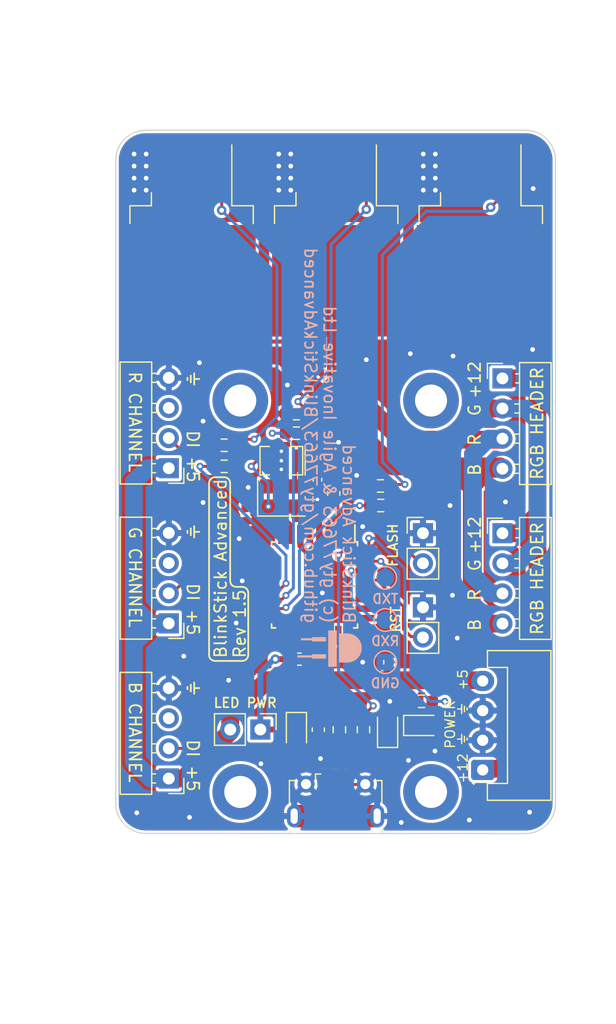
<source format=kicad_pcb>
(kicad_pcb (version 20211014) (generator pcbnew)
  (title_block (title "BlinkStick Advanced") (date "2023-08-18") (rev "1.5") (company "Agile Inovative Ltd & gty77663"))
  (layers (0 "F.Cu" signal) (31 "B.Cu" signal) (34 "B.Paste" user) (35 "F.Paste" user) (36 "B.SilkS" user "B.Silkscreen") (37 "F.SilkS" user "F.Silkscreen") (38 "B.Mask" user) (39 "F.Mask" user) (44 "Edge.Cuts" user))
  (net 0 "")
  (net 1 "+5V")
  (net 2 "/D-")
  (net 3 "/D+")
  (net 4 "GND")
  (net 5 "Net-(C1-Pad2)")
  (net 6 "Net-(C2-Pad2)")
  (net 7 "/R_Channel")
  (net 8 "/G_Channel")
  (net 9 "/B_Channel")
  (net 11 "/B_PWM")
  (net 12 "/R_PWM")
  (net 13 "/G_PWM")
  (net 23 "+12V")
  (net 25 "/G_OUT")
  (net 26 "/R_OUT")
  (net 27 "/B_OUT")
  (net 28 "Net-(Q1-Pad1)")
  (net 29 "Net-(Q2-Pad1)")
  (net 30 "Net-(Q3-Pad1)")
  (net 32 "+5VA")
  (net 33 "/RXD")
  (net 34 "/TXD")
  (net 36 "/AVR_D+")
  (net 37 "/AVR_D-")
  (net 38 "Net-(J1-Pad2)")
  (net 40 "Net-(J3-Pad2)")
  (net 43 "Net-(D3-Pad2)")
  (footprint "Diode_SMD:D_SOD-323" (layer "F.Cu") (at 61.53675 84.6855 90)
    (fp_text reference "D2" hide)
    (fp_text value "BZT52C3V6S")
  )
  (footprint "Connector_PinHeader_2.54mm:PinHeader_1x04_P2.54mm_Horizontal_No_Pins" (layer "F.Cu") (at 43.0846 75.7212 180)
    (fp_text reference "J5" hide)
    (fp_text value "ADD_HEADER_G")
  )
  (footprint "Connector_PinHeader_2.54mm:PinHeader_1x02_P2.54mm_Vertical" (layer "F.Cu") (at 64.516 74.3712)
    (fp_text reference "J1" hide)
    (fp_text value "RST")
  )
  (footprint "Connector_USB:USB_Micro-B_Molex-105017-0001" (layer "F.Cu") (at 57.156 90.7368)
    (fp_text reference "J2" hide)
    (fp_text value "USB_B_Micro")
  )
  (footprint "Connector_PinHeader_2.54mm:PinHeader_1x04_P2.54mm_Horizontal_No_Pins" (layer "F.Cu") (at 71.2216 68.1212)
    (fp_text reference "J7" hide)
    (fp_text value "RGB_HEADER")
  )
  (footprint "Connector_PinHeader_2.54mm:PinHeader_1x04_P2.54mm_Horizontal_No_Pins" (layer "F.Cu") (at 43.0846 62.6402 180)
    (fp_text reference "J6" hide)
    (fp_text value "ADD_HEADER_R")
  )
  (footprint "Resistor_SMD:R_0603_1608Metric_Pad0.98x0.95mm_HandSolder" (layer "F.Cu") (at 60.96 65.786)
    (fp_text reference "R6" hide)
    (fp_text value "100")
  )
  (footprint "MountingHole:MountingHole_2.7mm_M2.5_DIN965_Pad" (layer "F.Cu") (at 65.198 89.935)
    (fp_text reference "REF**" hide)
    (fp_text value "MountingHole_2.7mm_M2.5_DIN965_Pad")
  )
  (footprint "MountingHole:MountingHole_2.7mm_M2.5_DIN965_Pad" (layer "F.Cu") (at 49.114 89.935)
    (fp_text reference "REF**" hide)
    (fp_text value "MountingHole_2.7mm_M2.5_DIN965_Pad")
  )
  (footprint "Resistor_SMD:R_0603_1608Metric_Pad0.98x0.95mm_HandSolder" (layer "F.Cu") (at 47.752 60.706)
    (fp_text reference "R7" hide)
    (fp_text value "10k")
  )
  (footprint "Connector_PinHeader_2.54mm:PinHeader_1x04_P2.54mm_Horizontal_No_Pins" (layer "F.Cu") (at 71.2216 55.0672)
    (fp_text reference "J8" hide)
    (fp_text value "RGB_HEADER")
  )
  (footprint "Crystal:Crystal_SMD_3225-4Pin_3.2x2.5mm" (layer "F.Cu") (at 52.578 65.024)
    (fp_text reference "Y1" hide)
    (fp_text value "16MHz")
  )
  (footprint "Capacitor_SMD:C_0603_1608Metric_Pad1.08x0.95mm_HandSolder" (layer "F.Cu") (at 61.722 78.994 -90)
    (fp_text reference "C3" hide)
    (fp_text value "10uF")
  )
  (footprint "Connector_PinHeader_2.54mm:PinHeader_1x02_P2.54mm_Vertical" (layer "F.Cu") (at 64.516 68.1178)
    (fp_text reference "J3" hide)
    (fp_text value "FLASH")
  )
  (footprint "Package_TO_SOT_SMD:TO-263-2" (layer "F.Cu") (at 69.3928 43.4626 -90)
    (fp_text reference "Q3" hide)
    (fp_text value "IRLR8726")
  )
  (footprint "Connector_PinHeader_2.54mm:PinHeader_1x02_P2.54mm_Vertical" (layer "F.Cu") (at 50.806 84.672 -90)
    (fp_text reference "JMP1" hide)
    (fp_text value "Conn_01x02")
  )
  (footprint "Resistor_SMD:R_0603_1608Metric_Pad0.98x0.95mm_HandSolder" (layer "F.Cu") (at 60.9375 64.135)
    (fp_text reference "R9" hide)
    (fp_text value "10k")
  )
  (footprint "Resistor_SMD:R_0603_1608Metric_Pad0.98x0.95mm_HandSolder" (layer "F.Cu") (at 57.47275 84.6855 90)
    (fp_text reference "R3" hide)
    (fp_text value "2k2")
  )
  (footprint "Resistor_SMD:R_0603_1608Metric_Pad0.98x0.95mm_HandSolder" (layer "F.Cu") (at 59.50475 84.6855 -90)
    (fp_text reference "R2" hide)
    (fp_text value "100")
  )
  (footprint "Crystal:Resonator_SMD_Murata_CSTxExxV-3Pin_3.0x1.1mm" (layer "F.Cu") (at 52.578 62.007 180)
    (fp_text reference "Y2" hide)
    (fp_text value "16MHz")
  )
  (footprint "Resistor_SMD:R_0603_1608Metric_Pad0.98x0.95mm_HandSolder" (layer "F.Cu") (at 64.389 82.296 180)
    (fp_text reference "R1" hide)
    (fp_text value "100")
  )
  (footprint "Package_TO_SOT_SMD:TO-263-2" (layer "F.Cu") (at 57.2008 43.4626 -90)
    (fp_text reference "Q2" hide)
    (fp_text value "IRLR8726")
  )
  (footprint "Resistor_SMD:R_0603_1608Metric_Pad0.98x0.95mm_HandSolder" (layer "F.Cu") (at 53.848 58.039)
    (fp_text reference "R8" hide)
    (fp_text value "10k")
  )
  (footprint "Capacitor_SMD:C_0603_1608Metric_Pad1.08x0.95mm_HandSolder" (layer "F.Cu") (at 56.9976 64.77 -90)
    (fp_text reference "C6" hide)
    (fp_text value "1uF")
  )
  (footprint "Package_QFP:TQFP-32_7x7mm_P0.8mm" (layer "F.Cu") (at 55.378 72.48 -90)
    (fp_text reference "U1" hide)
    (fp_text value "ATmega8-16A")
  )
  (footprint "Resistor_SMD:R_0603_1608Metric_Pad0.98x0.95mm_HandSolder" (layer "F.Cu") (at 53.848 59.69)
    (fp_text reference "R5" hide)
    (fp_text value "100")
  )
  (footprint "MountingHole:MountingHole_2.7mm_M2.5_DIN965_Pad" (layer "F.Cu") (at 49.114 56.9351)
    (fp_text reference "REF**" hide)
    (fp_text value "MountingHole_2.7mm_M2.5_DIN965_Pad")
  )
  (footprint "Diode_SMD:D_SOD-323" (layer "F.Cu") (at 53.848 84.7355 -90)
    (fp_text reference "D3" hide)
    (fp_text value "CUS10S30")
  )
  (footprint "Capacitor_SMD:C_0603_1608Metric_Pad1.08x0.95mm_HandSolder" (layer "F.Cu") (at 55.69475 84.6855 90)
    (fp_text reference "C4" hide)
    (fp_text value "1uF")
  )
  (footprint "Connector_PinHeader_2.54mm:PinHeader_1x04_P2.54mm_Horizontal_No_Pins" (layer "F.Cu") (at 43.0846 88.8022 180)
    (fp_text reference "J4" hide)
    (fp_text value "ADD_HEADER_B")
  )
  (footprint "Resistor_SMD:R_0603_1608Metric_Pad0.98x0.95mm_HandSolder" (layer "F.Cu") (at 47.752 62.484)
    (fp_text reference "R4" hide)
    (fp_text value "100")
  )
  (footprint "Capacitor_SMD:C_0603_1608Metric_Pad1.08x0.95mm_HandSolder" (layer "F.Cu") (at 54.102 78.74 180)
    (fp_text reference "C5" hide)
    (fp_text value "10uF")
  )
  (footprint "Connector_JST:JST_XH_S4B-XH-A_1x04_P2.50mm_Horizontal_Short" (layer "F.Cu") (at 69.5542 88.078 90)
    (fp_text reference "J9" hide)
    (fp_text value "POWER")
  )
  (footprint "MountingHole:MountingHole_2.7mm_M2.5_DIN965_Pad" (layer "F.Cu") (at 65.198 56.9351)
    (fp_text reference "REF**" hide)
    (fp_text value "MountingHole_2.7mm_M2.5_DIN965_Pad")
  )
  (footprint "Package_TO_SOT_SMD:TO-263-2" (layer "F.Cu") (at 45.0088 43.4626 -90)
    (fp_text reference "Q1" hide)
    (fp_text value "IRLR8726")
  )
  (footprint "Capacitor_SMD:C_0402_1005Metric_Pad0.74x0.62mm_HandSolder" (layer "F.Cu") (at 49.53 66.548 90)
    (fp_text reference "C2" hide)
    (fp_text value "16pF")
  )
  (footprint "Diode_SMD:D_SOD-323" (layer "F.Cu") (at 64.389 84.328)
    (fp_text reference "D1" hide)
    (fp_text value "BZT52C3V6S")
  )
  (footprint "Capacitor_SMD:C_0402_1005Metric_Pad0.74x0.62mm_HandSolder" (layer "F.Cu") (at 55.626 63.6065 -90)
    (fp_text reference "C1" hide)
    (fp_text value "16pF")
  )
  (footprint "TestPoint:TestPoint_Pad_D1.5mm" (layer "B.Cu") (at 61.341 71.882 180)
    (fp_text reference "TP3" hide)
    (fp_text value "TXD")
  )
  (footprint "TestPoint:TestPoint_Pad_D1.5mm" (layer "B.Cu") (at 61.341 78.994 180)
    (fp_text reference "TP1" hide)
    (fp_text value "GND")
  )
  (footprint "TestPoint:TestPoint_Pad_D1.5mm" (layer "B.Cu") (at 61.341 75.438 180)
    (fp_text reference "TP2" hide)
    (fp_text value "RXD")
  )
  (gr_poly (pts (xy 55.181249 76.88263) (xy 55.181249 76.972481) (xy 54.229556 76.972481) (xy 54.229556 77.152158) (xy 55.181249 77.152158) (xy 55.181249 77.242082) (xy 56.339186 77.242082) (xy 56.339186 76.88263) (xy 55.181249 76.88263)) (layer "B.SilkS") (width 0.008) (fill solid))
  (gr_poly (pts (xy 55.181249 78.330073) (xy 55.181249 78.420033) (xy 53.930038 78.420033) (xy 53.930038 78.599674) (xy 55.181249 78.599674) (xy 55.181249 78.689561) (xy 56.339186 78.689561) (xy 56.339186 78.330073) (xy 55.181249 78.330073)) (layer "B.SilkS") (width 0.008) (fill solid))
  (gr_poly (pts (xy 57.250936 76.320222) (xy 56.532166 76.320222) (xy 56.532166 79.381775) (xy 57.250936 79.381775) (xy 57.250936 76.320222)) (layer "B.SilkS") (width 0.008) (fill solid))
  (gr_poly (pts (xy 57.437312 79.02236) (xy 57.437312 76.573147) (xy 58.129453 76.573147) (xy 58.192467 76.57474) (xy 58.254652 76.579469) (xy 58.315934 76.587257) (xy 58.376235 76.598027) (xy 58.435477 76.611702) (xy 58.493585 76.628204) (xy 58.550481 76.647458) (xy 58.606088 76.669386) (xy 58.660329 76.69391) (xy 58.713127 76.720955) (xy 58.764406 76.750444) (xy 58.814088 76.782298) (xy 58.862097 76.816442) (xy 58.908355 76.852798) (xy 58.952786 76.891289) (xy 58.995313 76.93184) (xy 59.035858 76.974371) (xy 59.074345 77.018808) (xy 59.110696 77.065072) (xy 59.144836 77.113086) (xy 59.176687 77.162775) (xy 59.206171 77.21406) (xy 59.233213 77.266866) (xy 59.257735 77.321114) (xy 59.27966 77.376728) (xy 59.298912 77.433631) (xy 59.315412 77.491747) (xy 59.329085 77.550998) (xy 59.339854 77.611307) (xy 59.347641 77.672597) (xy 59.35237 77.734792) (xy 59.353963 77.797814) (xy 59.35237 77.860818) (xy 59.34764 77.922997) (xy 59.339852 77.984273) (xy 59.329082 78.044569) (xy 59.315408 78.103808) (xy 59.298905 78.161914) (xy 59.279652 78.218808) (xy 59.257725 78.274415) (xy 59.2332 78.328656) (xy 59.206156 78.381456) (xy 59.176669 78.432737) (xy 59.144816 78.482421) (xy 59.110674 78.530433) (xy 59.07432 78.576695) (xy 59.035831 78.62113) (xy 58.995284 78.663661) (xy 58.952755 78.70421) (xy 58.908323 78.742702) (xy 58.862063 78.779059) (xy 58.814054 78.813204) (xy 58.764371 78.84506) (xy 58.713091 78.874549) (xy 58.660293 78.901596) (xy 58.606052 78.926123) (xy 58.550446 78.948052) (xy 58.493552 78.967308) (xy 58.435446 78.983812) (xy 58.376206 78.997488) (xy 58.315908 79.008259) (xy 58.254631 79.016048) (xy 58.192449 79.020778) (xy 58.129441 79.022372) (xy 57.437312 79.022372) (xy 57.437312 79.02236)) (layer "B.SilkS") (width 0.008) (fill solid))
  (gr_arc (start 46.99 78.88879) (mid 46.63079 78.74) (end 46.482 78.38079) (layer "F.SilkS") (width 0.15))
  (gr_arc (start 49.784 78.38079) (mid 49.63521 78.74) (end 49.276 78.88879) (layer "F.SilkS") (width 0.15))
  (gr_line (start 46.482 78.38079) (end 46.482 63.9064) (layer "F.SilkS") (width 0.15))
  (gr_arc (start 46.482 63.9064) (mid 46.63079 63.54719) (end 46.99 63.3984) (layer "F.SilkS") (width 0.15))
  (gr_arc (start 49.276 72.644) (mid 49.63521 72.79279) (end 49.784 73.152) (layer "F.SilkS") (width 0.15))
  (gr_line (start 49.276 78.88879) (end 46.99 78.88879) (layer "F.SilkS") (width 0.15))
  (gr_arc (start 48.768 72.644) (mid 48.40879 72.49521) (end 48.26 72.136) (layer "F.SilkS") (width 0.15))
  (gr_arc (start 47.752 63.3984) (mid 48.11121 63.54719) (end 48.26 63.9064) (layer "F.SilkS") (width 0.15))
  (gr_line (start 46.99 63.3984) (end 47.752 63.3984) (layer "F.SilkS") (width 0.15))
  (gr_line (start 48.768 72.644) (end 49.276 72.644) (layer "F.SilkS") (width 0.15))
  (gr_line (start 49.784 73.152) (end 49.784 78.38079) (layer "F.SilkS") (width 0.15))
  (gr_line (start 48.26 63.9064) (end 48.26 72.136) (layer "F.SilkS") (width 0.15))
  (gr_arc (start 75.698 90.902349) (mid 74.954051 92.6984) (end 73.158 93.442349) (layer "Edge.Cuts") (width 0.1))
  (gr_line (start 73.158 34.144051) (end 41.154 34.144051) (layer "Edge.Cuts") (width 0.1))
  (gr_arc (start 73.158 34.144051) (mid 74.954051 34.888) (end 75.698 36.684051) (layer "Edge.Cuts") (width 0.1))
  (gr_line (start 75.698 36.684051) (end 75.698 90.902349) (layer "Edge.Cuts") (width 0.1))
  (gr_line (start 38.614 90.895) (end 38.614 36.684051) (layer "Edge.Cuts") (width 0.1))
  (gr_arc (start 38.614 36.684051) (mid 39.357949 34.888) (end 41.154 34.144051) (layer "Edge.Cuts") (width 0.1))
  (gr_arc (start 41.154 93.435) (mid 39.357949 92.691051) (end 38.614 90.895) (layer "Edge.Cuts") (width 0.1))
  (gr_line (start 73.158 93.442349) (end 41.154 93.435) (layer "Edge.Cuts") (width 0.1))
  (gr_text "BlinkStick Advanced\n(c) gty77663 & Agile Inovative Ltd\ngithub.com/gty77663/BlinkStickAdvanced" (at 56.642 75.819 270) (layer "B.SilkS") (effects (font (size 1 1)) (justify left mirror)))
  (gr_text "+12" (at 68.8756 68.2747 90) (layer "F.SilkS") (effects (font (size 1 1))))
  (gr_text "⏚" (at 45.1104 81.1784 270) (layer "F.SilkS") (effects (font (size 1 1))))
  (gr_text "RGB HEADER" (at 74.1426 58.8672 90) (layer "F.SilkS") (effects (font (size 1 1))))
  (gr_text "DI" (at 45.1104 60.1974 270) (layer "F.SilkS") (effects (font (size 1 1))))
  (gr_text "R" (at 68.8756 60.2288 90) (layer "F.SilkS") (effects (font (size 1 1))))
  (gr_text "LED PWR\n" (at 49.53 82.423) (layer "F.SilkS") (effects (font (size 0.8 0.8))))
  (gr_text "BlinkStick Advanced\nRev 1.5\n" (at 48.26 78.74 90) (layer "F.SilkS") (effects (font (size 1 1)) (justify left)))
  (gr_text "B CHANNEL" (at 40.2336 84.9022 270) (layer "F.SilkS") (effects (font (size 1 1))))
  (gr_text "G" (at 68.8756 70.819 90) (layer "F.SilkS") (effects (font (size 1 1))))
  (gr_text "POWER" (at 66.811 84.2418 90) (layer "F.SilkS") (effects (font (size 0.8 0.8) (thickness 0.12))))
  (gr_text "DI" (at 45.1104 73.0864 270) (layer "F.SilkS") (effects (font (size 1 1))))
  (gr_text "B" (at 68.8756 75.8482 90) (layer "F.SilkS") (effects (font (size 1 1))))
  (gr_text "R" (at 68.8756 73.3082 90) (layer "F.SilkS") (effects (font (size 1 1))))
  (gr_text "DI" (at 45.1104 86.2584 270) (layer "F.SilkS") (effects (font (size 1 1))))
  (gr_text "RGB HEADER" (at 74.1426 71.9482 90) (layer "F.SilkS") (effects (font (size 1 1))))
  (gr_text "+5" (at 67.8778 80.4764 90) (layer "F.SilkS") (effects (font (size 0.8 0.8) (thickness 0.12))))
  (gr_text "⏚" (at 67.8778 85.4802 90) (layer "F.SilkS") (effects (font (size 0.8 0.8) (thickness 0.12))))
  (gr_text "⏚" (at 67.8778 82.9402 90) (layer "F.SilkS") (effects (font (size 0.8 0.8) (thickness 0.12))))
  (gr_text "⏚" (at 45.1104 68.0064 270) (layer "F.SilkS") (effects (font (size 1 1))))
  (gr_text "R CHANNEL" (at 40.2336 58.7402 270) (layer "F.SilkS") (effects (font (size 1 1))))
  (gr_text "G" (at 68.8756 57.7396 90) (layer "F.SilkS") (effects (font (size 1 1))))
  (gr_text "+12" (at 68.8756 55.1953 90) (layer "F.SilkS") (effects (font (size 1 1))))
  (gr_text "+5" (at 45.1104 75.6264 270) (layer "F.SilkS") (effects (font (size 1 1))))
  (gr_text "+5" (at 45.1104 88.7984 270) (layer "F.SilkS") (effects (font (size 1 1))))
  (gr_text "⏚" (at 45.1104 55.1174 270) (layer "F.SilkS") (effects (font (size 1 1))))
  (gr_text "B" (at 68.8756 62.7688 90) (layer "F.SilkS") (effects (font (size 1 1))))
  (gr_text "+5" (at 45.1104 62.7374 270) (layer "F.SilkS") (effects (font (size 1 1))))
  (gr_text "+12" (at 67.8778 87.944 90) (layer "F.SilkS") (effects (font (size 0.8 0.8) (thickness 0.12))))
  (gr_text "G CHANNEL" (at 40.2336 71.8212 270) (layer "F.SilkS") (effects (font (size 1 1))))
  (segment (start 53.7105 83.823) (end 52.8615 84.672) (width 0.5) (layer "F.Cu") (net 1))
  (segment (start 52.8615 84.672) (end 50.806 84.672) (width 0.5) (layer "F.Cu") (net 1))
  (segment (start 54.997 69.94) (end 55.251 69.686) (width 0.5) (layer "F.Cu") (net 1))
  (segment (start 56.9976 65.8114) (end 56.9976 65.6325) (width 0.5) (layer "F.Cu") (net 1))
  (segment (start 55.69475 83.823) (end 53.7105 83.823) (width 0.5) (layer "F.Cu") (net 1))
  (segment (start 55.778 67.031) (end 56.9976 65.8114) (width 0.5) (layer "F.Cu") (net 1))
  (segment (start 52.07 78.74) (end 53.2395 78.74) (width 0.5) (layer "F.Cu") (net 1))
  (segment (start 54.997 69.94) (end 54.743 69.686) (width 0.5) (layer "F.Cu") (net 1))
  (segment (start 54.997 73.908) (end 54.997 69.94) (width 0.5) (layer "F.Cu") (net 1))
  (segment (start 54.7 69.686) (end 54.178 69.164) (width 0.5) (layer "F.Cu") (net 1))
  (segment (start 55.74475 83.773) (end 57.47275 83.773) (width 0.5) (layer "F.Cu") (net 1))
  (segment (start 54.178 69.164) (end 54.178 68.23) (width 0.5) (layer "F.Cu") (net 1))
  (segment (start 55.251 69.686) (end 55.778 69.159) (width 0.5) (layer "F.Cu") (net 1))
  (segment (start 53.378 76.73) (end 53.378 75.527) (width 0.5) (layer "F.Cu") (net 1))
  (segment (start 54.743 69.686) (end 55.251 69.686) (width 0.5) (layer "F.Cu") (net 1))
  (segment (start 53.378 75.527) (end 54.997 73.908) (width 0.5) (layer "F.Cu") (net 1))
  (segment (start 53.2395 78.74) (end 53.378 78.6015) (width 0.5) (layer "F.Cu") (net 1))
  (segment (start 54.997 69.94) (end 54.997 69.686) (width 0.5) (layer "F.Cu") (net 1))
  (segment (start 55.778 68.23) (end 55.778 67.031) (width 0.5) (layer "F.Cu") (net 1))
  (segment (start 55.778 69.159) (end 55.778 68.23) (width 0.5) (layer "F.Cu") (net 1))
  (segment (start 53.378 78.6015) (end 53.378 76.73) (width 0.5) (layer "F.Cu") (net 1))
  (segment (start 54.743 69.686) (end 54.7 69.686) (width 0.5) (layer "F.Cu") (net 1))
  (via (at 52.07 78.74) (size 0.8) (drill 0.4) (layers "F.Cu" "B.Cu") (net 1))
  (segment (start 50.806 79.877) (end 50.806 84.672) (width 0.5) (layer "B.Cu") (net 1))
  (segment (start 51.943 78.74) (end 50.806 79.877) (width 0.5) (layer "B.Cu") (net 1))
  (segment (start 52.07 78.74) (end 51.943 78.74) (width 0.25) (layer "B.Cu") (net 1))
  (segment (start 57.48625 85.5845) (end 61.38575 85.5845) (width 0.25) (layer "F.Cu") (net 2))
  (segment (start 56.605 86.46575) (end 57.48625 85.5845) (width 0.25) (layer "F.Cu") (net 2))
  (segment (start 61.38575 85.5845) (end 61.53675 85.7355) (width 0.25) (layer "F.Cu") (net 2))
  (segment (start 56.605 89.2065) (end 56.605 86.46575) (width 0.25) (layer "F.Cu") (net 2))
  (segment (start 56.506 89.3055) (end 56.605 89.2065) (width 0.25) (layer "F.Cu") (net 2))
  (segment (start 63.4765 85.5505) (end 63.4765 82.296) (width 0.25) (layer "F.Cu") (net 3))
  (segment (start 57.156 88.481478) (end 58.134478 87.503) (width 0.25) (layer "F.Cu") (net 3))
  (segment (start 58.134478 87.503) (end 61.524 87.503) (width 0.25) (layer "F.Cu") (net 3))
  (segment (start 61.524 87.503) (end 63.4765 85.5505) (width 0.25) (layer "F.Cu") (net 3))
  (segment (start 57.156 89.3055) (end 57.156 88.481478) (width 0.25) (layer "F.Cu") (net 3))
  (segment (start 64.5472 39.19941) (end 65.5632 39.19941) (width 1.5) (layer "F.Cu") (net 4))
  (segment (start 66.8557 37.6905) (end 66.8528 37.6876) (width 1.5) (layer "F.Cu") (net 4))
  (segment (start 52.3552 39.19941) (end 53.3712 39.19941) (width 1.5) (layer "F.Cu") (net 4))
  (segment (start 65.5632 36.15141) (end 65.5632 38.18341) (width 1.5) (layer "F.Cu") (net 4))
  (segment (start 40.1603 39.19941) (end 41.1763 39.19941) (width 1.5) (layer "F.Cu") (net 4))
  (segment (start 42.4688 39.19941) (end 42.4688 37.6876) (width 1.5) (layer "F.Cu") (net 4))
  (segment (start 52.3552 36.15141) (end 52.3552 39.19941) (width 1.5) (layer "F.Cu") (net 4))
  (segment (start 40.1603 36.15141) (end 42.4688 36.15141) (width 1.5) (layer "F.Cu") (net 4))
  (segment (start 64.5472 36.15141) (end 64.5472 39.19941) (width 1.5) (layer "F.Cu") (net 4))
  (segment (start 54.6637 37.6905) (end 54.6608 37.6876) (width 1.5) (layer "F.Cu") (net 4))
  (segment (start 54.6637 39.19941) (end 54.6637 37.6905) (width 1.5) (layer "F.Cu") (net 4))
  (segment (start 40.1603 36.15141) (end 40.1603 39.19941) (width 1.5) (layer "F.Cu") (net 4))
  (segment (start 65.5632 39.19941) (end 66.8557 39.19941) (width 1.5) (layer "F.Cu") (net 4))
  (segment (start 66.8528 36.15141) (end 66.8528 37.6876) (width 1.5) (layer "F.Cu") (net 4))
  (segment (start 58.456 89.3055) (end 59.656 89.3055) (width 0.25) (layer "F.Cu") (net 4))
  (segment (start 41.1763 39.19941) (end 42.4688 39.19941) (width 1.5) (layer "F.Cu") (net 4))
  (segment (start 53.3712 36.15141) (end 53.3712 38.18341) (width 1.5) (layer "F.Cu") (net 4))
  (segment (start 66.8557 39.19941) (end 66.8557 37.6905) (width 1.5) (layer "F.Cu") (net 4))
  (segment (start 53.3712 39.19941) (end 54.6637 39.19941) (width 1.5) (layer "F.Cu") (net 4))
  (segment (start 52.3552 36.15141) (end 54.6608 36.15141) (width 1.5) (layer "F.Cu") (net 4))
  (segment (start 41.1763 36.15141) (end 41.1763 38.18341) (width 1.5) (layer "F.Cu") (net 4))
  (segment (start 42.4688 36.15141) (end 42.4688 37.6876) (width 1.5) (layer "F.Cu") (net 4))
  (segment (start 64.5472 36.15141) (end 66.8528 36.15141) (width 1.5) (layer "F.Cu") (net 4))
  (segment (start 54.6608 36.15141) (end 54.6608 37.6876) (width 1.5) (layer "F.Cu") (net 4))
  (via (at 40.1603 37.16741) (size 0.8) (drill 0.4) (layers "F.Cu" "B.Cu") (net 4))
  (via (at 53.3712 36.15141) (size 0.8) (drill 0.4) (layers "F.Cu" "B.Cu") (net 4))
  (via (at 40.1603 38.18341) (size 0.8) (drill 0.4) (layers "F.Cu" "B.Cu") (net 4))
  (via (at 53.3712 39.19941) (size 0.8) (drill 0.4) (layers "F.Cu" "B.Cu") (net 4))
  (via (at 67.4116 76.962) (size 0.8) (drill 0.4) (layers "F.Cu" "B.Cu") (net 4))
  (via (at 73.7616 52.6288) (size 0.8) (drill 0.4) (layers "F.Cu" "B.Cu") (net 4))
  (via (at 64.5472 39.19941) (size 0.8) (drill 0.4) (layers "F.Cu" "B.Cu") (net 4))
  (via (at 55.626 65.278) (size 0.6) (drill 0.3) (layers "F.Cu" "B.Cu") (net 4))
  (via (at 53.3712 37.16741) (size 0.8) (drill 0.4) (layers "F.Cu" "B.Cu") (net 4))
  (via (at 53.086 55.626) (size 0.8) (drill 0.4) (layers "F.Cu" "B.Cu") (net 4))
  (via (at 52.3552 37.16741) (size 0.8) (drill 0.4) (layers "F.Cu" "B.Cu") (net 4))
  (via (at 41.1763 38.18341) (size 0.8) (drill 0.4) (layers "F.Cu" "B.Cu") (net 4))
  (via (at 63.2968 87.2744) (size 0.8) (drill 0.4) (layers "F.Cu" "B.Cu") (net 4))
  (via (at 48.133 80.518) (size 0.8) (drill 0.4) (layers "F.Cu" "B.Cu") (net 4))
  (via (at 64.5472 38.18341) (size 0.8) (drill 0.4) (layers "F.Cu" "B.Cu") (net 4))
  (via (at 44.3484 78.486) (size 0.8) (drill 0.4) (layers "F.Cu" "B.Cu") (net 4))
  (via (at 65.5632 36.15141) (size 0.8) (drill 0.4) (layers "F.Cu" "B.Cu") (net 4))
  (via (at 40.1603 39.19941) (size 0.8) (drill 0.4) (layers "F.Cu" "B.Cu") (net 4))
  (via (at 45.974 58.674) (size 0.8) (drill 0.4) (layers "F.Cu" "B.Cu") (net 4))
  (via (at 63.4492 52.9844) (size 0.8) (drill 0.4) (layers "F.Cu" "B.Cu") (net 4))
  (via (at 58.928 63.246) (size 0.8) (drill 0.4) (layers "F.Cu" "B.Cu") (net 4))
  (via (at 50.855317 87.554374) (size 0.8) (drill 0.4) (layers "F.Cu" "B.Cu") (net 4))
  (via (at 68.4276 92.3036) (size 0.8) (drill 0.4) (layers "F.Cu" "B.Cu") (net 4))
  (via (at 52.578 62.007) (size 0.6) (drill 0.3) (layers "F.Cu" "B.Cu") (net 4))
  (via (at 65.5632 38.18341) (size 0.8) (drill 0.4) (layers "F.Cu" "B.Cu") (net 4))
  (via (at 41.1763 39.19941) (size 0.8) (drill 0.4) (layers "F.Cu" "B.Cu") (net 4))
  (via (at 64.5472 36.15141) (size 0.8) (drill 0.4) (layers "F.Cu" "B.Cu") (net 4))
  (via (at 65.5632 37.16741) (size 0.8) (drill 0.4) (layers "F.Cu" "B.Cu") (net 4))
  (via (at 40.386 91.694) (size 0.8) (drill 0.4) (layers "F.Cu" "B.Cu") (net 4))
  (via (at 53.3712 38.18341) (size 0.8) (drill 0.4) (layers "F.Cu" "B.Cu") (net 4))
  (via (at 56.0324 73.152) (size 0.8) (drill 0.4) (layers "F.Cu" "B.Cu") (net 4))
  (via (at 52.578 61.214) (size 0.6) (drill 0.3) (layers "F.Cu" "B.Cu") (net 4))
  (via (at 59.7408 53.4924) (size 0.8) (drill 0.4) (layers "F.Cu" "B.Cu") (net 4))
  (via (at 40.1603 36.15141) (size 0.8) (drill 0.4) (layers "F.Cu" "B.Cu") (net 4))
  (via (at 52.578 62.738) (size 0.6) (drill 0.3) (layers "F.Cu" "B.Cu") (net 4))
  (via (at 73.8124 39.0652) (size 0.8) (drill 0.4) (layers "F.Cu" "B.Cu") (net 4))
  (via (at 57.404 60.452) (size 0.8) (drill 0.4) (layers "F.Cu" "B.Cu") (net 4))
  (via (at 49.784 64.262) (size 0.8) (drill 0.4) (layers "F.Cu" "B.Cu") (net 4))
  (via (at 45.6692 53.7464) (size 0.8) (drill 0.4) (layers "F.Cu" "B.Cu") (net 4))
  (via (at 45.974 65.532) (size 0.8) (drill 0.4) (layers "F.Cu" "B.Cu") (net 4))
  (via (at 41.1763 37.16741) (size 0.8) (drill 0.4) (layers "F.Cu" "B.Cu") (net 4))
  (via (at 66.802 65.786) (size 0.8) (drill 0.4) (layers "F.Cu" "B.Cu") (net 4))
  (via (at 59.436 67.564) (size 0.8) (drill 0.4) (layers "F.Cu" "B.Cu") (net 4))
  (via (at 48.768 75.692) (size 0.8) (drill 0.4) (layers "F.Cu" "B.Cu") (net 4))
  (via (at 67.0052 73.3552) (size 0.8) (drill 0.4) (layers "F.Cu" "B.Cu") (net 4))
  (via (at 52.3552 38.18341) (size 0.8) (drill 0.4) (layers "F.Cu" "B.Cu") (net 4))
  (via (at 49.276 72.136) (size 0.8) (drill 0.4) (layers "F.Cu" "B.Cu") (net 4))
  (via (at 62.6872 92.5068) (size 0.8) (drill 0.4) (layers "F.Cu" "B.Cu") (net 4))
  (via (at 49.022 68.58) (size 0.8) (drill 0.4) (layers "F.Cu" "B.Cu") (net 4))
  (via (at 65.5632 39.19941) (size 0.8) (drill 0.4) (layers "F.Cu" "B.Cu") (net 4))
  (via (at 55.88 87.122) (size 0.8) (drill 0.4) (layers "F.Cu" "B.Cu") (net 4))
  (via (at 64.5472 37.16741) (size 0.8) (drill 0.4) (layers "F.Cu" "B.Cu") (net 4))
  (via (at 52.3552 36.15141) (size 0.8) (drill 0.4) (layers "F.Cu" "B.Cu") (net 4))
  (via (at 65.532 86.487) (size 0.8) (drill 0.4) (layers "F.Cu" "B.Cu") (net 4))
  (via (at 67.056 53.1876) (size 0.8) (drill 0.4) (layers "F.Cu" "B.Cu") (net 4))
  (via (at 52.3552 39.19941) (size 0.8) (drill 0.4) (layers "F.Cu" "B.Cu") (net 4))
  (via (at 61.722 82.296) (size 0.8) (drill 0.4) (layers "F.Cu" "B.Cu") (net 4))
  (via (at 73.5076 91.6432) (size 0.8) (drill 0.4) (layers "F.Cu" "B.Cu") (net 4))
  (via (at 41.1763 36.15141) (size 0.8) (drill 0.4) (layers "F.Cu" "B.Cu") (net 4))
  (via (at 44.831 92.075) (size 0.8) (drill 0.4) (layers "F.Cu" "B.Cu") (net 4))
  (via (at 59.436 78.994) (size 0.8) (drill 0.4) (layers "F.Cu" "B.Cu") (net 4))
  (via (at 71.4756 65.4812) (size 0.8) (drill 0.4) (layers "F.Cu" "B.Cu") (net 4))
  (segment (start 53.378 68.23) (end 53.378 67.348) (width 0.25) (layer "F.Cu") (net 5))
  (segment (start 55.626 64.2025) (end 53.7065 64.2025) (width 0.25) (layer "F.Cu") (net 5))
  (segment (start 52.578 66.548) (end 52.578 65.024) (width 0.25) (layer "F.Cu") (net 5))
  (segment (start 53.778 64.074) (end 53.778 62.007) (width 0.25) (layer "F.Cu") (net 5))
  (segment (start 53.428 64.174) (end 53.678 64.174) (width 0.25) (layer "F.Cu") (net 5))
  (segment (start 53.7065 64.2025) (end 53.678 64.174) (width 0.25) (layer "F.Cu") (net 5))
  (segment (start 53.378 67.348) (end 52.578 66.548) (width 0.25) (layer "F.Cu") (net 5))
  (segment (start 52.578 65.024) (end 53.428 64.174) (width 0.25) (layer "F.Cu") (net 5))
  (segment (start 53.678 64.174) (end 53.778 64.074) (width 0.25) (layer "F.Cu") (net 5))
  (segment (start 50.038 62.484) (end 50.515 62.007) (width 0.25) (layer "F.Cu") (net 6))
  (segment (start 50.515 62.007) (end 51.378 62.007) (width 0.25) (layer "F.Cu") (net 6))
  (segment (start 49.6365 65.874) (end 49.53 65.9805) (width 0.25) (layer "F.Cu") (net 6))
  (segment (start 51.478 65.874) (end 49.6365 65.874) (width 0.25) (layer "F.Cu") (net 6))
  (segment (start 51.478 67.13) (end 51.478 66.128) (width 0.25) (layer "F.Cu") (net 6))
  (segment (start 52.578 68.23) (end 51.478 67.13) (width 0.25) (layer "F.Cu") (net 6))
  (via (at 50.038 62.484) (size 0.6) (drill 0.3) (layers "F.Cu" "B.Cu") (net 6))
  (via (at 51.478 65.874) (size 0.6) (drill 0.3) (layers "F.Cu" "B.Cu") (net 6))
  (segment (start 51.478 65.874) (end 51.478 63.924) (width 0.25) (layer "B.Cu") (net 6))
  (segment (start 51.478 63.924) (end 50.038 62.484) (width 0.25) (layer "B.Cu") (net 6))
  (segment (start 44.958 61.9736) (end 43.0846 60.1002) (width 0.25) (layer "F.Cu") (net 7))
  (segment (start 46.312 69.68) (end 44.958 68.326) (width 0.25) (layer "F.Cu") (net 7))
  (segment (start 44.958 68.326) (end 44.958 61.9736) (width 0.25) (layer "F.Cu") (net 7))
  (segment (start 51.128 69.68) (end 46.312 69.68) (width 0.25) (layer "F.Cu") (net 7))
  (segment (start 43.11 73.1558) (end 43.3992 73.1558) (width 0.25) (layer "F.Cu") (net 8))
  (segment (start 43.3992 73.1558) (end 46.075 70.48) (width 0.25) (layer "F.Cu") (net 8))
  (segment (start 46.075 70.48) (end 51.128 70.48) (width 0.25) (layer "F.Cu") (net 8))
  (segment (start 43.0846 86.2622) (end 44.3138 86.2622) (width 0.25) (layer "F.Cu") (net 9))
  (segment (start 46.576 71.28) (end 51.128 71.28) (width 0.25) (layer "F.Cu") (net 9))
  (segment (start 44.3138 86.2622) (end 45.726 84.85) (width 0.25) (layer "F.Cu") (net 9))
  (segment (start 45.726 84.85) (end 45.726 72.13) (width 0.25) (layer "F.Cu") (net 9))
  (segment (start 45.726 72.13) (end 46.576 71.28) (width 0.25) (layer "F.Cu") (net 9))
  (segment (start 45.72 62.484) (end 46.8395 62.484) (width 0.25) (layer "F.Cu") (net 11))
  (segment (start 52.438 72.88) (end 52.965 72.353) (width 0.25) (layer "F.Cu") (net 11))
  (segment (start 51.128 72.88) (end 52.438 72.88) (width 0.25) (layer "F.Cu") (net 11))
  (via (at 52.965 72.353) (size 0.6) (drill 0.3) (layers "F.Cu" "B.Cu") (net 11))
  (via (at 45.72 62.484) (size 0.6) (drill 0.3) (layers "F.Cu" "B.Cu") (net 11))
  (segment (start 45.72 62.738) (end 52.965 69.983) (width 0.25) (layer "B.Cu") (net 11))
  (segment (start 45.72 62.484) (end 45.72 62.738) (width 0.25) (layer "B.Cu") (net 11))
  (segment (start 52.965 69.983) (end 52.965 72.353) (width 0.25) (layer "B.Cu") (net 11))
  (segment (start 51.816 59.69) (end 52.9355 59.69) (width 0.25) (layer "F.Cu") (net 12))
  (segment (start 51.128 73.68) (end 52.654 73.68) (width 0.25) (layer "F.Cu") (net 12))
  (segment (start 52.654 73.68) (end 52.965 73.369) (width 0.25) (layer "F.Cu") (net 12))
  (via (at 51.816 59.69) (size 0.6) (drill 0.3) (layers "F.Cu" "B.Cu") (net 12))
  (via (at 52.965 73.369) (size 0.6) (drill 0.3) (layers "F.Cu" "B.Cu") (net 12))
  (segment (start 51.816 59.69) (end 52.578 59.69) (width 0.25) (layer "B.Cu") (net 12))
  (segment (start 52.578 59.69) (end 53.594 60.706) (width 0.25) (layer "B.Cu") (net 12))
  (segment (start 53.594 60.706) (end 53.594 72.74) (width 0.25) (layer "B.Cu") (net 12))
  (segment (start 53.594 72.74) (end 52.965 73.369) (width 0.25) (layer "B.Cu") (net 12))
  (segment (start 60.037711 65.795789) (end 60.0475 65.786) (width 0.25) (layer "F.Cu") (net 13))
  (segment (start 51.128 74.48) (end 52.87 74.48) (width 0.25) (layer "F.Cu") (net 13))
  (segment (start 59.182 65.795789) (end 60.037711 65.795789) (width 0.25) (layer "F.Cu") (net 13))
  (segment (start 52.87 74.48) (end 52.965 74.385) (width 0.25) (layer "F.Cu") (net 13))
  (via (at 59.182 65.795789) (size 0.6) (drill 0.3) (layers "F.Cu" "B.Cu") (net 13))
  (via (at 52.965 74.385) (size 0.6) (drill 0.3) (layers "F.Cu" "B.Cu") (net 13))
  (segment (start 57.902211 65.795789) (end 54.102 69.596) (width 0.25) (layer "B.Cu") (net 13))
  (segment (start 59.182 65.795789) (end 57.902211 65.795789) (width 0.25) (layer "B.Cu") (net 13))
  (segment (start 54.102 73.248) (end 52.965 74.385) (width 0.25) (layer "B.Cu") (net 13))
  (segment (start 54.102 69.596) (end 54.102 73.248) (width 0.25) (layer "B.Cu") (net 13))
  (segment (start 74.174 66.542) (end 74.174 56.0892) (width 1.5) (layer "F.Cu") (net 23))
  (segment (start 74.174 86.6588) (end 74.174 69.602) (width 1.5) (layer "F.Cu") (net 23))
  (segment (start 72.6948 68.1228) (end 74.174 69.602) (width 1.5) (layer "F.Cu") (net 23))
  (segment (start 73.152 55.0672) (end 71.2216 55.0672) (width 1.5) (layer "F.Cu") (net 23))
  (segment (start 72.6948 68.1228) (end 71.247 68.1228) (width 1.5) (layer "F.Cu") (net 23))
  (segment (start 74.174 69.602) (end 74.174 66.542) (width 1.5) (layer "F.Cu") (net 23))
  (segment (start 72.6948 68.0212) (end 74.174 66.542) (width 1.5) (layer "F.Cu") (net 23))
  (segment (start 72.8564 87.9764) (end 74.174 86.6588) (width 1.5) (layer "F.Cu") (net 23))
  (segment (start 72.6948 68.0212) (end 72.6948 68.1228) (width 1.5) (layer "F.Cu") (net 23))
  (segment (start 74.174 56.0892) (end 73.152 55.0672) (width 1.5) (layer "F.Cu") (net 23))
  (segment (start 74.168 68.1228) (end 72.6948 68.1228) (width 1.5) (layer "F.Cu") (net 23))
  (segment (start 69.5542 87.9764) (end 72.8564 87.9764) (width 1.5) (layer "F.Cu") (net 23))
  (segment (start 70.1616 57.6072) (end 69.088 56.5336) (width 1.5) (layer "F.Cu") (net 25))
  (segment (start 71.2216 57.6072) (end 70.1616 57.6072) (width 1.5) (layer "F.Cu") (net 25))
  (segment (start 69.088 48.39669) (end 69.3705 48.11419) (width 1.5) (layer "F.Cu") (net 25))
  (segment (start 69.088 56.5336) (end 69.088 48.39669) (width 1.5) (layer "F.Cu") (net 25))
  (segment (start 71.2216 57.6072) (end 73.152 57.6072) (width 1.5) (layer "B.Cu") (net 25))
  (segment (start 74.174 68.9804) (end 72.4932 70.6612) (width 1.5) (layer "B.Cu") (net 25))
  (segment (start 74.174 58.6292) (end 74.174 68.9804) (width 1.5) (layer "B.Cu") (net 25))
  (segment (start 73.152 57.6072) (end 74.174 58.6292) (width 1.5) (layer "B.Cu") (net 25))
  (segment (start 72.4932 70.6612) (end 71.2216 70.6612) (width 1.5) (layer "B.Cu") (net 25))
  (segment (start 57.1785 54.7655) (end 62.6481 60.2351) (width 1.5) (layer "F.Cu") (net 26))
  (segment (start 71.1337 60.2351) (end 71.2216 60.1472) (width 1.5) (layer "F.Cu") (net 26))
  (segment (start 57.1785 48.11419) (end 57.1785 54.7655) (width 1.5) (layer "F.Cu") (net 26))
  (segment (start 62.6481 60.2351) (end 71.1337 60.2351) (width 1.5) (layer "F.Cu") (net 26))
  (segment (start 70.2548 73.2012) (end 71.2216 73.2012) (width 1.5) (layer "B.Cu") (net 26))
  (segment (start 68.7324 71.6788) (end 70.2548 73.2012) (width 1.5) (layer "B.Cu") (net 26))
  (segment (start 71.2216 60.1472) (end 70.019519 60.1472) (width 1.5) (layer "B.Cu") (net 26))
  (segment (start 68.7324 61.434319) (end 68.7324 71.6788) (width 1.5) (layer "B.Cu") (net 26))
  (segment (start 70.019519 60.1472) (end 68.7324 61.434319) (width 1.5) (layer "B.Cu") (net 26))
  (segment (start 70.1024 62.6888) (end 71.2364 62.6888) (width 1.5) (layer "F.Cu") (net 27))
  (segment (start 61.976 62.484) (end 67.3608 62.484) (width 1.5) (layer "F.Cu") (net 27))
  (segment (start 50.00911 53.1368) (end 52.6288 53.1368) (width 1.5) (layer "F.Cu") (net 27))
  (segment (start 67.2624 62.484) (end 71.0184 62.484) (width 1.5) (layer "F.Cu") (net 27))
  (segment (start 68.6308 64.3128) (end 68.6308 74.2188) (width 1.5) (layer "F.Cu") (net 27))
  (segment (start 70.1532 75.7412) (end 71.2216 75.7412) (width 1.5) (layer "F.Cu") (net 27))
  (segment (start 71.0184 62.484) (end 71.2216 62.6872) (width 1.5) (layer "F.Cu") (net 27))
  (segment (start 52.6288 53.1368) (end 61.976 62.484) (width 1.5) (layer "F.Cu") (net 27))
  (segment (start 68.6308 64.262) (end 67.0576 62.6888) (width 1.5) (layer "F.Cu") (net 27))
  (segment (start 68.6308 74.2188) (end 70.1532 75.7412) (width 1.5) (layer "F.Cu") (net 27))
  (segment (start 44.9865 48.11419) (end 50.00911 53.1368) (width 1.5) (layer "F.Cu") (net 27))
  (segment (start 68.6308 64.1604) (end 70.1024 62.6888) (width 1.5) (layer "F.Cu") (net 27))
  (segment (start 48.6645 62.484) (end 48.6645 60.706) (width 0.25) (layer "F.Cu") (net 28))
  (segment (start 49.1725 60.198) (end 48.6645 60.706) (width 0.25) (layer "F.Cu") (net 28))
  (segment (start 50.292 60.198) (end 49.1725 60.198) (width 0.25) (layer "F.Cu") (net 28))
  (segment (start 47.5488 40.894) (end 47.5488 37.6876) (width 0.25) (layer "F.Cu") (net 28))
  (segment (start 47.5449 40.8979) (end 47.5488 40.894) (width 0.25) (layer "F.Cu") (net 28))
  (via (at 50.292 60.198) (size 0.6) (drill 0.3) (layers "F.Cu" "B.Cu") (net 28))
  (via (at 47.5449 40.8979) (size 0.8) (drill 0.4) (layers "F.Cu" "B.Cu") (net 28))
  (segment (start 52.203 58.287) (end 52.203 45.556) (width 0.25) (layer "B.Cu") (net 28))
  (segment (start 52.203 45.556) (end 47.5449 40.8979) (width 0.25) (layer "B.Cu") (net 28))
  (segment (start 50.292 60.198) (end 52.203 58.287) (width 0.25) (layer "B.Cu") (net 28))
  (segment (start 54.7605 57.8085) (end 54.7605 58.039) (width 0.25) (layer "F.Cu") (net 29))
  (segment (start 53.975 57.023) (end 54.7605 57.8085) (width 0.25) (layer "F.Cu") (net 29))
  (segment (start 59.7408 40.8122) (end 59.7408 37.6876) (width 0.25) (layer "F.Cu") (net 29))
  (segment (start 54.7605 59.69) (end 54.7605 58.039) (width 0.25) (layer "F.Cu") (net 29))
  (via (at 59.7408 40.8122) (size 0.8) (drill 0.4) (layers "F.Cu" "B.Cu") (net 29))
  (via (at 53.975 57.023) (size 0.6) (drill 0.3) (layers "F.Cu" "B.Cu") (net 29))
  (segment (start 56.775 43.778) (end 59.7408 40.8122) (width 0.25) (layer "B.Cu") (net 29))
  (segment (start 53.975 57.023) (end 56.775 54.223) (width 0.25) (layer "B.Cu") (net 29))
  (segment (start 56.775 54.223) (end 56.775 43.778) (width 0.25) (layer "B.Cu") (net 29))
  (segment (start 61.977 64.008) (end 61.8725 64.1125) (width 0.25) (layer "F.Cu") (net 30))
  (segment (start 62.992 64.008) (end 61.977 64.008) (width 0.25) (layer "F.Cu") (net 30))
  (segment (start 70.232845 40.641845) (end 71.9105 38.96419) (width 0.25) (layer "F.Cu") (net 30))
  (segment (start 61.8725 64.1125) (end 61.8725 65.786) (width 0.25) (layer "F.Cu") (net 30))
  (via (at 62.992 64.008) (size 0.6) (drill 0.3) (layers "F.Cu" "B.Cu") (net 30))
  (via (at 70.232845 40.641845) (size 0.8) (drill 0.4) (layers "F.Cu" "B.Cu") (net 30))
  (segment (start 61.093 44.667) (end 61.093 62.109) (width 0.25) (layer "B.Cu") (net 30))
  (segment (start 69.889945 40.984745) (end 64.775255 40.984745) (width 0.25) (layer "B.Cu") (net 30))
  (segment (start 64.775255 40.984745) (end 61.093 44.667) (width 0.25) (layer "B.Cu") (net 30))
  (segment (start 61.093 62.109) (end 62.992 64.008) (width 0.25) (layer "B.Cu") (net 30))
  (segment (start 70.232845 40.641845) (end 69.889945 40.984745) (width 0.25) (layer "B.Cu") (net 30))
  (segment (start 48.266 84.855585) (end 44.319385 88.8022) (width 1.5) (layer "F.Cu") (net 32))
  (segment (start 48.266 84.672) (end 48.266 84.855585) (width 1.5) (layer "F.Cu") (net 32))
  (segment (start 44.319385 88.8022) (end 43.0846 88.8022) (width 1.5) (layer "F.Cu") (net 32))
  (segment (start 51.360978 80.518) (end 48.266 83.612978) (width 1.5) (layer "F.Cu") (net 32))
  (segment (start 48.266 83.612978) (end 48.266 84.672) (width 1.5) (layer "F.Cu") (net 32))
  (segment (start 69.5126 80.518) (end 51.360978 80.518) (width 1.5) (layer "F.Cu") (net 32))
  (segment (start 41.535 75.7428) (end 40.138 74.3458) (width 1.5) (layer "B.Cu") (net 32))
  (segment (start 40.138 63.7988) (end 41.2966 62.6402) (width 1.5) (layer "B.Cu") (net 32))
  (segment (start 41.5582 88.8022) (end 40.138 87.382) (width 1.5) (layer "B.Cu") (net 32))
  (segment (start 40.138 77.3938) (end 41.789 75.7428) (width 1.5) (layer "B.Cu") (net 32))
  (segment (start 41.2966 62.6402) (end 43.0846 62.6402) (width 1.5) (layer "B.Cu") (net 32))
  (segment (start 42.17 75.7428) (end 43.11 75.7428) (width 1.5) (layer "B.Cu") (net 32))
  (segment (start 40.138 87.382) (end 40.138 63.7988) (width 1.5) (layer "B.Cu") (net 32))
  (segment (start 43.0846 88.8022) (end 41.5582 88.8022) (width 1.5) (layer "B.Cu") (net 32))
  (segment (start 58.4784 71.28) (end 58.4708 71.2724) (width 0.25) (layer "F.Cu") (net 33))
  (segment (start 59.628 71.28) (end 58.4784 71.28) (width 0.25) (layer "F.Cu") (net 33))
  (via (at 58.4708 71.2724) (size 0.6) (drill 0.3) (layers "F.Cu" "B.Cu") (net 33))
  (segment (start 58.4708 71.2724) (end 58.4708 73.5838) (width 0.25) (layer "B.Cu") (net 33))
  (segment (start 58.4708 73.5838) (end 60.325 75.438) (width 0.25) (layer "B.Cu") (net 33))
  (segment (start 60.325 75.438) (end 61.341 75.438) (width 0.25) (layer "B.Cu") (net 33))
  (segment (start 60.955 70.48) (end 60.96 70.485) (width 0.25) (layer "F.Cu") (net 34))
  (segment (start 59.628 70.48) (end 60.955 70.48) (width 0.25) (layer "F.Cu") (net 34))
  (via (at 60.96 70.485) (size 0.6) (drill 0.3) (layers "F.Cu" "B.Cu") (net 34))
  (segment (start 61.341 70.866) (end 61.341 72.009) (width 0.25) (layer "B.Cu") (net 34))
  (segment (start 60.96 70.485) (end 61.341 70.866) (width 0.25) (layer "B.Cu") (net 34))
  (segment (start 66.3575 82.296) (end 65.3015 82.296) (width 0.25) (layer "F.Cu") (net 36))
  (segment (start 59.95 68.543) (end 59.95 69.358) (width 0.25) (layer "F.Cu") (net 36))
  (segment (start 59.95 69.358) (end 59.628 69.68) (width 0.25) (layer "F.Cu") (net 36))
  (via (at 66.3575 82.296) (size 0.6) (drill 0.3) (layers "F.Cu" "B.Cu") (net 36))
  (via (at 59.95 68.543) (size 0.6) (drill 0.3) (layers "F.Cu" "B.Cu") (net 36))
  (segment (start 62.992 80.137) (end 62.992 71.12) (width 0.25) (layer "B.Cu") (net 36))
  (segment (start 66.3575 82.296) (end 65.151 82.296) (width 0.25) (layer "B.Cu") (net 36))
  (segment (start 65.151 82.296) (end 62.992 80.137) (width 0.25) (layer "B.Cu") (net 36))
  (segment (start 62.992 71.12) (end 60.415 68.543) (width 0.25) (layer "B.Cu") (net 36))
  (segment (start 60.415 68.543) (end 59.95 68.543) (width 0.25) (layer "B.Cu") (net 36))
  (segment (start 60.325 82.677) (end 59.50475 83.49725) (width 0.25) (layer "F.Cu") (net 37))
  (segment (start 59.50475 83.49725) (end 59.50475 83.937) (width 0.25) (layer "F.Cu") (net 37))
  (segment (start 57.404 69.977) (end 58.178 69.203) (width 0.25) (layer "F.Cu") (net 37))
  (segment (start 58.178 69.203) (end 58.178 68.23) (width 0.25) (layer "F.Cu") (net 37))
  (via (at 57.404 69.977) (size 0.6) (drill 0.3) (layers "F.Cu" "B.Cu") (net 37))
  (via (at 60.325 82.677) (size 0.6) (drill 0.3) (layers "F.Cu" "B.Cu") (net 37))
  (segment (start 60.325 82.677) (end 57.404 79.756) (width 0.25) (layer "B.Cu") (net 37))
  (segment (start 57.404 79.756) (end 57.404 69.977) (width 0.25) (layer "B.Cu") (net 37))
  (segment (start 62.865 76.2) (end 62.865 74.295) (width 0.25) (layer "F.Cu") (net 38))
  (segment (start 60.65 72.08) (end 59.628 72.08) (width 0.25) (layer "F.Cu") (net 38))
  (segment (start 62.865 74.295) (end 60.65 72.08) (width 0.25) (layer "F.Cu") (net 38))
  (segment (start 64.516 76.835) (end 63.5 76.835) (width 0.25) (layer "F.Cu") (net 38))
  (segment (start 63.5 76.835) (end 62.865 76.2) (width 0.25) (layer "F.Cu") (net 38))
  (segment (start 57.404 68.204) (end 57.378 68.23) (width 0.25) (layer "F.Cu") (net 40))
  (segment (start 60.4495 66.802) (end 57.912 66.802) (width 0.25) (layer "F.Cu") (net 40))
  (segment (start 57.404 67.31) (end 57.404 68.204) (width 0.25) (layer "F.Cu") (net 40))
  (segment (start 64.3915 70.744) (end 60.4495 66.802) (width 0.25) (layer "F.Cu") (net 40))
  (segment (start 64.516 70.744) (end 64.3915 70.744) (width 0.25) (layer "F.Cu") (net 40))
  (segment (start 57.912 66.802) (end 57.404 67.31) (width 0.25) (layer "F.Cu") (net 40))
  (segment (start 55.856 88.539995) (end 55.856 89.2743) (width 0.5) (layer "F.Cu") (net 43))
  (segment (start 53.848 86.531995) (end 55.856 88.539995) (width 0.5) (layer "F.Cu") (net 43))
  (segment (start 53.848 85.7855) (end 53.848 86.531995) (width 0.5) (layer "F.Cu") (net 43))
  (zone (net 0) (net_name "") (layer "F.Cu") (connect_pads (clearance 0)) (min_thickness 0.254)
    (keepout (tracks allowed) (vias allowed) (pads allowed) (copperpour not_allowed) (footprints allowed))
    (fill (thermal_gap 0.508) (thermal_bridge_width 0.508))
    (polygon (pts (xy 71.501 62.23) (xy 67.31 62.23) (xy 67.31 60.452) (xy 71.501 60.452)))
  )
  (zone (net 0) (net_name "") (layer "F.Cu") (connect_pads (clearance 0)) (min_thickness 0.254)
    (keepout (tracks allowed) (vias allowed) (pads allowed) (copperpour not_allowed) (footprints allowed))
    (fill (thermal_gap 0.508) (thermal_bridge_width 0.508))
    (polygon (pts (xy 51.568 64.516) (xy 51.568 60.833) (xy 53.092 60.833) (xy 53.594 60.833) (xy 53.594 61.468) (xy 53.10753 61.48953) (xy 53.092 64.516)))
  )
  (zone (net 4) (net_name "GND") (layers F&B.Cu) (connect_pads thru_hole_only (clearance 0.254)) (min_thickness 0.254) (fill yes (thermal_gap 0.254) (thermal_bridge_width 0.508))
    (polygon (pts (xy 61.728 99.404) (xy 52.584 99.404) (xy 52.584 87.974) (xy 61.728 87.974)))
  )
  (zone (net 4) (net_name "GND") (layers F&B.Cu) (connect_pads (clearance 0.254)) (min_thickness 0.254) (fill yes (thermal_gap 0.254) (thermal_bridge_width 0.508))
    (polygon (pts (xy 78.492 95.594) (xy 61.728 95.594) (xy 61.728 87.974) (xy 52.584 87.974) (xy 52.584 95.594) (xy 36.3788 95.594) (xy 36.3788 32.094) (xy 78.492 32.094)))
  )
)
</source>
